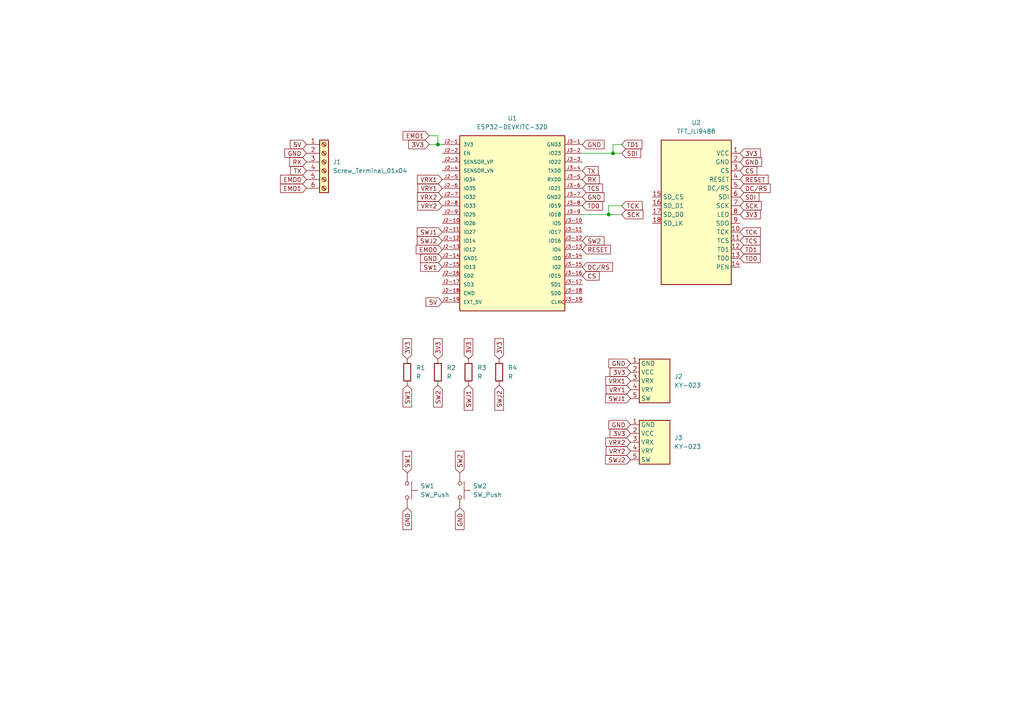
<source format=kicad_sch>
(kicad_sch (version 20230121) (generator eeschema)
  (paper "A4")
  (lib_symbols
    (symbol "Connector:Screw_Terminal_01x06" (pin_names (offset 1.016) hide)
      (property "Reference" "J" (at 0 7.62 0))
      (property "Value" "Screw_Terminal_01x06" (at 0 -10.16 0))
      (symbol "Screw_Terminal_01x06_1_1"
        (rectangle (start -1.27 6.35) (end 1.27 -8.89) (stroke (width 0.254)) (fill (type background)))
        (circle (center 0 -7.62) (radius 0.635) (stroke (width 0.1524)))
        (circle (center 0 -5.08) (radius 0.635) (stroke (width 0.1524)))
        (circle (center 0 -2.54) (radius 0.635) (stroke (width 0.1524)))
        (polyline (pts (xy -0.5334 -7.2898) (xy 0.3302 -8.128)) (stroke (width 0.1524)))
        (polyline (pts (xy -0.5334 -4.7498) (xy 0.3302 -5.588)) (stroke (width 0.1524)))
        (polyline (pts (xy -0.5334 -2.2098) (xy 0.3302 -3.048)) (stroke (width 0.1524)))
        (polyline (pts (xy -0.5334 0.3302) (xy 0.3302 -0.508)) (stroke (width 0.1524)))
        (polyline (pts (xy -0.5334 2.8702) (xy 0.3302 2.032)) (stroke (width 0.1524)))
        (polyline (pts (xy -0.5334 5.4102) (xy 0.3302 4.572)) (stroke (width 0.1524)))
        (polyline (pts (xy -0.3556 -7.112) (xy 0.508 -7.9502)) (stroke (width 0.1524)))
        (polyline (pts (xy -0.3556 -4.572) (xy 0.508 -5.4102)) (stroke (width 0.1524)))
        (polyline (pts (xy -0.3556 -2.032) (xy 0.508 -2.8702)) (stroke (width 0.1524)))
        (polyline (pts (xy -0.3556 0.508) (xy 0.508 -0.3302)) (stroke (width 0.1524)))
        (polyline (pts (xy -0.3556 3.048) (xy 0.508 2.2098)) (stroke (width 0.1524)))
        (polyline (pts (xy -0.3556 5.588) (xy 0.508 4.7498)) (stroke (width 0.1524)))
        (circle (center 0 0) (radius 0.635) (stroke (width 0.1524)))
        (circle (center 0 2.54) (radius 0.635) (stroke (width 0.1524)))
        (circle (center 0 5.08) (radius 0.635) (stroke (width 0.1524)))
        (pin passive line (at -5.08 5.08 0) (length 3.81) (name "Pin_1") (number "1"))
        (pin passive line (at -5.08 2.54 0) (length 3.81) (name "Pin_2") (number "2"))
        (pin passive line (at -5.08 0 0) (length 3.81) (name "Pin_3") (number "3"))
        (pin passive line (at -5.08 -2.54 0) (length 3.81) (name "Pin_4") (number "4"))
        (pin passive line (at -5.08 -5.08 0) (length 3.81) (name "Pin_5") (number "5"))
        (pin passive line (at -5.08 -7.62 0) (length 3.81) (name "Pin_6") (number "6"))
      )
    )
    (symbol "Device:R" (pin_numbers hide) (pin_names (offset 0))
      (property "Reference" "R" (at 2.032 0 90))
      (property "Value" "R" (at 0 0 90))
      (symbol "R_0_1"
        (rectangle (start -1.016 -2.54) (end 1.016 2.54) (stroke (width 0.254)))
      )
      (symbol "R_1_1"
        (pin passive line (at 0 3.81 270) (length 1.27) (name "~") (number "1"))
        (pin passive line (at 0 -3.81 90) (length 1.27) (name "~") (number "2"))
      )
    )
    (symbol "ESP32-DEVKITC-32D:ESP32-DEVKITC-32D" (pin_names (offset 1.016))
      (property "Reference" "U" (at -15.2572 26.0643 0))
      (property "Value" "ESP32-DEVKITC-32D" (at -15.2563 -27.9698 0))
      (symbol "ESP32-DEVKITC-32D_0_0"
        (rectangle (start -15.24 -25.4) (end 15.24 25.4) (stroke (width 0.254)) (fill (type background)))
        (pin power_in line (at -20.32 22.86 0) (length 5.08) (name "3V3") (number "J2-1"))
        (pin bidirectional line (at -20.32 0 0) (length 5.08) (name "IO26") (number "J2-10"))
        (pin bidirectional line (at -20.32 -2.54 0) (length 5.08) (name "IO27") (number "J2-11"))
        (pin bidirectional line (at -20.32 -5.08 0) (length 5.08) (name "IO14") (number "J2-12"))
        (pin bidirectional line (at -20.32 -7.62 0) (length 5.08) (name "IO12") (number "J2-13"))
        (pin power_in line (at -20.32 -10.16 0) (length 5.08) (name "GND1") (number "J2-14"))
        (pin bidirectional line (at -20.32 -12.7 0) (length 5.08) (name "IO13") (number "J2-15"))
        (pin bidirectional line (at -20.32 -15.24 0) (length 5.08) (name "SD2") (number "J2-16"))
        (pin bidirectional line (at -20.32 -17.78 0) (length 5.08) (name "SD3") (number "J2-17"))
        (pin bidirectional line (at -20.32 -20.32 0) (length 5.08) (name "CMD") (number "J2-18"))
        (pin power_in line (at -20.32 -22.86 0) (length 5.08) (name "EXT_5V") (number "J2-19"))
        (pin input line (at -20.32 20.32 0) (length 5.08) (name "EN") (number "J2-2"))
        (pin input line (at -20.32 17.78 0) (length 5.08) (name "SENSOR_VP") (number "J2-3"))
        (pin input line (at -20.32 15.24 0) (length 5.08) (name "SENSOR_VN") (number "J2-4"))
        (pin bidirectional line (at -20.32 12.7 0) (length 5.08) (name "IO34") (number "J2-5"))
        (pin bidirectional line (at -20.32 10.16 0) (length 5.08) (name "IO35") (number "J2-6"))
        (pin bidirectional line (at -20.32 7.62 0) (length 5.08) (name "IO32") (number "J2-7"))
        (pin bidirectional line (at -20.32 5.08 0) (length 5.08) (name "IO33") (number "J2-8"))
        (pin bidirectional line (at -20.32 2.54 0) (length 5.08) (name "IO25") (number "J2-9"))
        (pin power_in line (at 20.32 22.86 180) (length 5.08) (name "GND3") (number "J3-1"))
        (pin bidirectional line (at 20.32 0 180) (length 5.08) (name "IO5") (number "J3-10"))
        (pin bidirectional line (at 20.32 -2.54 180) (length 5.08) (name "IO17") (number "J3-11"))
        (pin bidirectional line (at 20.32 -5.08 180) (length 5.08) (name "IO16") (number "J3-12"))
        (pin bidirectional line (at 20.32 -7.62 180) (length 5.08) (name "IO4") (number "J3-13"))
        (pin bidirectional line (at 20.32 -10.16 180) (length 5.08) (name "IO0") (number "J3-14"))
        (pin bidirectional line (at 20.32 -12.7 180) (length 5.08) (name "IO2") (number "J3-15"))
        (pin bidirectional line (at 20.32 -15.24 180) (length 5.08) (name "IO15") (number "J3-16"))
        (pin bidirectional line (at 20.32 -17.78 180) (length 5.08) (name "SD1") (number "J3-17"))
        (pin bidirectional line (at 20.32 -20.32 180) (length 5.08) (name "SD0") (number "J3-18"))
        (pin input clock (at 20.32 -22.86 180) (length 5.08) (name "CLK") (number "J3-19"))
        (pin bidirectional line (at 20.32 20.32 180) (length 5.08) (name "IO23") (number "J3-2"))
        (pin bidirectional line (at 20.32 17.78 180) (length 5.08) (name "IO22") (number "J3-3"))
        (pin output line (at 20.32 15.24 180) (length 5.08) (name "TXD0") (number "J3-4"))
        (pin input line (at 20.32 12.7 180) (length 5.08) (name "RXD0") (number "J3-5"))
        (pin bidirectional line (at 20.32 10.16 180) (length 5.08) (name "IO21") (number "J3-6"))
        (pin power_in line (at 20.32 7.62 180) (length 5.08) (name "GND2") (number "J3-7"))
        (pin bidirectional line (at 20.32 5.08 180) (length 5.08) (name "IO19") (number "J3-8"))
        (pin bidirectional line (at 20.32 2.54 180) (length 5.08) (name "IO18") (number "J3-9"))
      )
    )
    (symbol "KY-023:KY-023_Joystick-Module"
      (property "Reference" "J" (at 3.81 2.54 0))
      (property "Value" "KY-023" (at 3.81 0 0))
      (symbol "KY-023_Joystick-Module_1_1"
        (rectangle (start 0 -1.27) (end 8.89 -13.97) (stroke (width 0.25)) (fill (type background)))
        (pin input line (at -2.54 -2.54 0) (length 2.54) (name "GND") (number "1"))
        (pin input line (at -2.54 -5.08 0) (length 2.54) (name "VCC") (number "2"))
        (pin output line (at -2.54 -7.62 0) (length 2.54) (name "VRX") (number "3"))
        (pin output line (at -2.54 -10.16 0) (length 2.54) (name "VRY") (number "4"))
        (pin output line (at -2.54 -12.7 0) (length 2.54) (name "SW") (number "5"))
      )
    )
    (symbol "Switch:SW_Push" (pin_numbers hide) (pin_names (offset 1.016) hide)
      (property "Reference" "SW" (at 1.27 2.54 0))
      (property "Value" "SW_Push" (at 0 -1.524 0))
      (symbol "SW_Push_0_1"
        (circle (center -2.032 0) (radius 0.508))
        (polyline (pts (xy 0 1.27) (xy 0 3.048)))
        (polyline (pts (xy 2.54 1.27) (xy -2.54 1.27)))
        (circle (center 2.032 0) (radius 0.508))
        (pin passive line (at -5.08 0 0) (length 2.54) (name "1") (number "1"))
        (pin passive line (at 5.08 0 180) (length 2.54) (name "2") (number "2"))
      )
    )
    (symbol "ili9488:TFT_ILI9488"
      (property "Reference" "U" (at -2.54 5.08 0))
      (property "Value" "TFT_ILI9488" (at -2.54 2.54 0))
      (symbol "TFT_ILI9488_1_1"
        (rectangle (start -12.7 1.27) (end 7.62 -40.64) (stroke (width 0.25)) (fill (type background)))
        (pin input line (at 10.16 -2.54 180) (length 2.54) (name "VCC") (number "1"))
        (pin input line (at 10.16 -25.4 180) (length 2.54) (name "TCK") (number "10"))
        (pin input line (at 10.16 -27.94 180) (length 2.54) (name "TCS") (number "11"))
        (pin input line (at 10.16 -30.48 180) (length 2.54) (name "TD1") (number "12"))
        (pin input line (at 10.16 -33.02 180) (length 2.54) (name "TD0") (number "13"))
        (pin input line (at 10.16 -35.56 180) (length 2.54) (name "PEN") (number "14"))
        (pin input line (at -15.24 -15.24 0) (length 2.54) (name "SD_CS") (number "15"))
        (pin input line (at -15.24 -17.78 0) (length 2.54) (name "SD_D1") (number "16"))
        (pin input line (at -15.24 -20.32 0) (length 2.54) (name "SD_D0") (number "17"))
        (pin input line (at -15.24 -22.86 0) (length 2.54) (name "SD_LK") (number "18"))
        (pin input line (at 10.16 -5.08 180) (length 2.54) (name "GND") (number "2"))
        (pin input line (at 10.16 -7.62 180) (length 2.54) (name "CS") (number "3"))
        (pin input line (at 10.16 -10.16 180) (length 2.54) (name "RESET") (number "4"))
        (pin input line (at 10.16 -12.7 180) (length 2.54) (name "DC/RS") (number "5"))
        (pin input line (at 10.16 -15.24 180) (length 2.54) (name "SDI") (number "6"))
        (pin input line (at 10.16 -17.78 180) (length 2.54) (name "SCK") (number "7"))
        (pin input line (at 10.16 -20.32 180) (length 2.54) (name "LED") (number "8"))
        (pin input line (at 10.16 -22.86 180) (length 2.54) (name "SDO") (number "9"))
      )
    )
  )
  (junction (at 176.53 62.23))
  (junction (at 127 41.91))
  (junction (at 177.8 44.45))
  (wire (pts (xy 177.8 44.45) (xy 180.34 44.45)))
  (wire (pts (xy 127 39.37) (xy 127 41.91)))
  (wire (pts (xy 176.53 62.23) (xy 180.34 62.23)))
  (wire (pts (xy 127 41.91) (xy 128.27 41.91)))
  (wire (pts (xy 180.34 41.91) (xy 177.8 41.91)))
  (wire (pts (xy 180.34 59.69) (xy 176.53 59.69)))
  (wire (pts (xy 168.91 62.23) (xy 176.53 62.23)))
  (wire (pts (xy 124.46 41.91) (xy 127 41.91)))
  (wire (pts (xy 177.8 41.91) (xy 177.8 44.45)))
  (wire (pts (xy 168.91 44.45) (xy 177.8 44.45)))
  (wire (pts (xy 124.46 39.37) (xy 127 39.37)))
  (wire (pts (xy 176.53 59.69) (xy 176.53 62.23)))
  (global_label "EMO1" (shape input) (at 88.9 54.61 180) (property "Intersheetrefs" "${INTERSHEET_REFS}" (effects hide)))
  (global_label "TCS" (shape input) (at 214.63 69.85 0) (property "Intersheetrefs" "${INTERSHEET_REFS}" (effects hide)))
  (global_label "SWJ1" (shape input) (at 128.27 67.31 180) (property "Intersheetrefs" "${INTERSHEET_REFS}" (effects hide)))
  (global_label "GND" (shape input) (at 133.35 147.32 270) (property "Intersheetrefs" "${INTERSHEET_REFS}" (effects hide)))
  (global_label "RESET" (shape input) (at 168.91 72.39 0) (property "Intersheetrefs" "${INTERSHEET_REFS}" (effects hide)))
  (global_label "GND" (shape input) (at 128.27 74.93 180) (property "Intersheetrefs" "${INTERSHEET_REFS}" (effects hide)))
  (global_label "SW1" (shape input) (at 128.27 77.47 180) (property "Intersheetrefs" "${INTERSHEET_REFS}" (effects hide)))
  (global_label "VRY2" (shape input) (at 128.27 59.69 180) (property "Intersheetrefs" "${INTERSHEET_REFS}" (effects hide)))
  (global_label "VRY2" (shape input) (at 182.88 130.81 180) (property "Intersheetrefs" "${INTERSHEET_REFS}" (effects hide)))
  (global_label "DC{slash}RS" (shape input) (at 168.91 77.47 0) (property "Intersheetrefs" "${INTERSHEET_REFS}" (effects hide)))
  (global_label "SDI" (shape input) (at 180.34 44.45 0) (property "Intersheetrefs" "${INTERSHEET_REFS}" (effects hide)))
  (global_label "VRY1" (shape input) (at 182.88 113.03 180) (property "Intersheetrefs" "${INTERSHEET_REFS}" (effects hide)))
  (global_label "RX" (shape input) (at 168.91 52.07 0) (property "Intersheetrefs" "${INTERSHEET_REFS}" (effects hide)))
  (global_label "TD1" (shape input) (at 214.63 72.39 0) (property "Intersheetrefs" "${INTERSHEET_REFS}" (effects hide)))
  (global_label "SW1" (shape input) (at 118.11 137.16 90) (property "Intersheetrefs" "${INTERSHEET_REFS}" (effects hide)))
  (global_label "5V" (shape input) (at 128.27 87.63 180) (property "Intersheetrefs" "${INTERSHEET_REFS}" (effects hide)))
  (global_label "TCK" (shape input) (at 214.63 67.31 0) (property "Intersheetrefs" "${INTERSHEET_REFS}" (effects hide)))
  (global_label "SW2" (shape input) (at 127 111.76 270) (property "Intersheetrefs" "${INTERSHEET_REFS}" (effects hide)))
  (global_label "3V3" (shape input) (at 124.46 41.91 180) (property "Intersheetrefs" "${INTERSHEET_REFS}" (effects hide)))
  (global_label "3V3" (shape input) (at 118.11 104.14 90) (property "Intersheetrefs" "${INTERSHEET_REFS}" (effects hide)))
  (global_label "VRX2" (shape input) (at 182.88 128.27 180) (property "Intersheetrefs" "${INTERSHEET_REFS}" (effects hide)))
  (global_label "TD0" (shape input) (at 168.91 59.69 0) (property "Intersheetrefs" "${INTERSHEET_REFS}" (effects hide)))
  (global_label "GND" (shape input) (at 168.91 57.15 0) (property "Intersheetrefs" "${INTERSHEET_REFS}" (effects hide)))
  (global_label "TX" (shape input) (at 168.91 49.53 0) (property "Intersheetrefs" "${INTERSHEET_REFS}" (effects hide)))
  (global_label "TCK" (shape input) (at 180.34 59.69 0) (property "Intersheetrefs" "${INTERSHEET_REFS}" (effects hide)))
  (global_label "RESET" (shape input) (at 214.63 52.07 0) (property "Intersheetrefs" "${INTERSHEET_REFS}" (effects hide)))
  (global_label "SCK" (shape input) (at 214.63 59.69 0) (property "Intersheetrefs" "${INTERSHEET_REFS}" (effects hide)))
  (global_label "GND" (shape input) (at 118.11 147.32 270) (property "Intersheetrefs" "${INTERSHEET_REFS}" (effects hide)))
  (global_label "DC{slash}RS" (shape input) (at 214.63 54.61 0) (property "Intersheetrefs" "${INTERSHEET_REFS}" (effects hide)))
  (global_label "SWJ2" (shape input) (at 128.27 69.85 180) (property "Intersheetrefs" "${INTERSHEET_REFS}" (effects hide)))
  (global_label "TCS" (shape input) (at 168.91 54.61 0) (property "Intersheetrefs" "${INTERSHEET_REFS}" (effects hide)))
  (global_label "GND" (shape input) (at 182.88 123.19 180) (property "Intersheetrefs" "${INTERSHEET_REFS}" (effects hide)))
  (global_label "CS" (shape input) (at 168.91 80.01 0) (property "Intersheetrefs" "${INTERSHEET_REFS}" (effects hide)))
  (global_label "3V3" (shape input) (at 214.63 44.45 0) (property "Intersheetrefs" "${INTERSHEET_REFS}" (effects hide)))
  (global_label "SWJ2" (shape input) (at 144.78 111.76 270) (property "Intersheetrefs" "${INTERSHEET_REFS}" (effects hide)))
  (global_label "EMO0" (shape input) (at 88.9 52.07 180) (property "Intersheetrefs" "${INTERSHEET_REFS}" (effects hide)))
  (global_label "SWJ2" (shape input) (at 182.88 133.35 180) (property "Intersheetrefs" "${INTERSHEET_REFS}" (effects hide)))
  (global_label "TD1" (shape input) (at 180.34 41.91 0) (property "Intersheetrefs" "${INTERSHEET_REFS}" (effects hide)))
  (global_label "RX" (shape input) (at 88.9 46.99 180) (property "Intersheetrefs" "${INTERSHEET_REFS}" (effects hide)))
  (global_label "3V3" (shape input) (at 182.88 125.73 180) (property "Intersheetrefs" "${INTERSHEET_REFS}" (effects hide)))
  (global_label "EMO1" (shape input) (at 124.46 39.37 180) (property "Intersheetrefs" "${INTERSHEET_REFS}" (effects hide)))
  (global_label "VRY1" (shape input) (at 128.27 54.61 180) (property "Intersheetrefs" "${INTERSHEET_REFS}" (effects hide)))
  (global_label "TX" (shape input) (at 88.9 49.53 180) (property "Intersheetrefs" "${INTERSHEET_REFS}" (effects hide)))
  (global_label "5V" (shape input) (at 88.9 41.91 180) (property "Intersheetrefs" "${INTERSHEET_REFS}" (effects hide)))
  (global_label "3V3" (shape input) (at 127 104.14 90) (property "Intersheetrefs" "${INTERSHEET_REFS}" (effects hide)))
  (global_label "TD0" (shape input) (at 214.63 74.93 0) (property "Intersheetrefs" "${INTERSHEET_REFS}" (effects hide)))
  (global_label "3V3" (shape input) (at 135.89 104.14 90) (property "Intersheetrefs" "${INTERSHEET_REFS}" (effects hide)))
  (global_label "3V3" (shape input) (at 214.63 62.23 0) (property "Intersheetrefs" "${INTERSHEET_REFS}" (effects hide)))
  (global_label "SCK" (shape input) (at 180.34 62.23 0) (property "Intersheetrefs" "${INTERSHEET_REFS}" (effects hide)))
  (global_label "VRX2" (shape input) (at 128.27 57.15 180) (property "Intersheetrefs" "${INTERSHEET_REFS}" (effects hide)))
  (global_label "3V3" (shape input) (at 144.78 104.14 90) (property "Intersheetrefs" "${INTERSHEET_REFS}" (effects hide)))
  (global_label "SW2" (shape input) (at 133.35 137.16 90) (property "Intersheetrefs" "${INTERSHEET_REFS}" (effects hide)))
  (global_label "SWJ1" (shape input) (at 135.89 111.76 270) (property "Intersheetrefs" "${INTERSHEET_REFS}" (effects hide)))
  (global_label "CS" (shape input) (at 214.63 49.53 0) (property "Intersheetrefs" "${INTERSHEET_REFS}" (effects hide)))
  (global_label "EMO0" (shape input) (at 128.27 72.39 180) (property "Intersheetrefs" "${INTERSHEET_REFS}" (effects hide)))
  (global_label "GND" (shape input) (at 214.63 46.99 0) (property "Intersheetrefs" "${INTERSHEET_REFS}" (effects hide)))
  (global_label "SW2" (shape input) (at 168.91 69.85 0) (property "Intersheetrefs" "${INTERSHEET_REFS}" (effects hide)))
  (global_label "3V3" (shape input) (at 182.88 107.95 180) (property "Intersheetrefs" "${INTERSHEET_REFS}" (effects hide)))
  (global_label "VRX1" (shape input) (at 128.27 52.07 180) (property "Intersheetrefs" "${INTERSHEET_REFS}" (effects hide)))
  (global_label "SW1" (shape input) (at 118.11 111.76 270) (property "Intersheetrefs" "${INTERSHEET_REFS}" (effects hide)))
  (global_label "SDI" (shape input) (at 214.63 57.15 0) (property "Intersheetrefs" "${INTERSHEET_REFS}" (effects hide)))
  (global_label "GND" (shape input) (at 88.9 44.45 180) (property "Intersheetrefs" "${INTERSHEET_REFS}" (effects hide)))
  (global_label "GND" (shape input) (at 168.91 41.91 0) (property "Intersheetrefs" "${INTERSHEET_REFS}" (effects hide)))
  (global_label "VRX1" (shape input) (at 182.88 110.49 180) (property "Intersheetrefs" "${INTERSHEET_REFS}" (effects hide)))
  (global_label "GND" (shape input) (at 182.88 105.41 180) (property "Intersheetrefs" "${INTERSHEET_REFS}" (effects hide)))
  (global_label "SWJ1" (shape input) (at 182.88 115.57 180) (property "Intersheetrefs" "${INTERSHEET_REFS}" (effects hide)))
  (symbol (lib_id "Device:R") (at 118.11 107.95 0) (unit 1)
    (property "Reference" "R1" (at 120.65 106.68 0) (effects (justify left)))
    (property "Value" "R" (at 120.65 109.22 0) (effects (justify left)))
    (property "Footprint" "Resistor_THT:R_Axial_DIN0207_L6.3mm_D2.5mm_P7.62mm_Horizontal" (effects hide))
  )
  (symbol (lib_id "ESP32-DEVKITC-32D:ESP32-DEVKITC-32D") (at 148.59 64.77 0) (unit 1)
    (property "Reference" "U1" (at 148.59 34.29 0))
    (property "Value" "ESP32-DEVKITC-32D" (at 148.59 36.83 0))
    (property "Footprint" "ESP32-DEVKITC-32D:MODULE_ESP32-DEVKITC-32D" (effects hide))
    (property "MF" "Espressif Systems" (effects hide))
    (property "MAXIMUM_PACKAGE_HEIGHT" "N/A" (effects hide))
    (property "Package" "None" (effects hide))
    (property "Price" "None" (effects hide))
    (property "Check_prices" "https://www.snapeda.com/parts/ESP32-DEVKITC-32D/Espressif+Systems/view-part/?ref=eda" (effects hide))
    (property "STANDARD" "Manufacturer Recommendations" (effects hide))
    (property "PARTREV" "V4" (effects hide))
    (property "SnapEDA_Link" "https://www.snapeda.com/parts/ESP32-DEVKITC-32D/Espressif+Systems/view-part/?ref=snap" (effects hide))
    (property "MP" "ESP32-DEVKITC-32D" (effects hide))
    (property "Description" "\nWiFi Development Tools (802.11) ESP32 General Development Kit, ESP32-WROOM-32D on the board\n" (effects hide))
    (property "MANUFACTURER" "Espressif Systems" (effects hide))
    (property "Availability" "In Stock" (effects hide))
    (property "SNAPEDA_PN" "ESP32-DEVKITC-32D" (effects hide))
  )
  (symbol (lib_id "Device:R") (at 135.89 107.95 0) (unit 1)
    (property "Reference" "R3" (at 138.43 106.68 0) (effects (justify left)))
    (property "Value" "R" (at 138.43 109.22 0) (effects (justify left)))
    (property "Footprint" "Resistor_THT:R_Axial_DIN0207_L6.3mm_D2.5mm_P7.62mm_Horizontal" (effects hide))
  )
  (symbol (lib_id "ili9488:TFT_ILI9488") (at 204.47 41.91 0) (unit 1)
    (property "Reference" "U2" (at 201.93 35.56 0))
    (property "Value" "TFT_ILI9488" (at 201.93 38.1 0))
    (property "Footprint" "ili9488_huella:TFT_ILI9488" (effects hide))
  )
  (symbol (lib_id "Switch:SW_Push") (at 133.35 142.24 270) (unit 1)
    (property "Reference" "SW2" (at 137.16 140.97 90) (effects (justify left)))
    (property "Value" "SW_Push" (at 137.16 143.51 90) (effects (justify left)))
    (property "Footprint" "SW_FSM8JH:SW_FSM8JH_huella" (effects hide))
  )
  (symbol (lib_id "Device:R") (at 144.78 107.95 0) (unit 1)
    (property "Reference" "R4" (at 147.32 106.68 0) (effects (justify left)))
    (property "Value" "R" (at 147.32 109.22 0) (effects (justify left)))
    (property "Footprint" "Resistor_THT:R_Axial_DIN0207_L6.3mm_D2.5mm_P7.62mm_Horizontal" (effects hide))
  )
  (symbol (lib_id "KY-023:KY-023_Joystick-Module") (at 185.42 120.65 0) (unit 1)
    (property "Reference" "J3" (at 195.58 127 0) (effects (justify left)))
    (property "Value" "KY-023" (at 195.58 129.54 0) (effects (justify left)))
    (property "Footprint" "KY-023 huella:KY-023 Joystick-Module" (effects hide))
  )
  (symbol (lib_id "Switch:SW_Push") (at 118.11 142.24 270) (unit 1)
    (property "Reference" "SW1" (at 121.92 140.97 90) (effects (justify left)))
    (property "Value" "SW_Push" (at 121.92 143.51 90) (effects (justify left)))
    (property "Footprint" "SW_FSM8JH:SW_FSM8JH_huella" (effects hide))
  )
  (symbol (lib_id "KY-023:KY-023_Joystick-Module") (at 185.42 102.87 0) (unit 1)
    (property "Reference" "J2" (at 195.58 109.22 0) (effects (justify left)))
    (property "Value" "KY-023" (at 195.58 111.76 0) (effects (justify left)))
    (property "Footprint" "KY-023 huella:KY-023 Joystick-Module" (effects hide))
  )
  (symbol (lib_id "Connector:Screw_Terminal_01x06") (at 93.98 46.99 0) (unit 1)
    (property "Reference" "J1" (at 96.52 46.99 0) (effects (justify left)))
    (property "Value" "Screw_Terminal_01x04" (at 96.52 49.53 0) (effects (justify left)))
    (property "Footprint" "TerminalBlock_Phoenix:TerminalBlock_Phoenix_MKDS-1,5-6-5.08_1x06_P5.08mm_Horizontal" (effects hide))
  )
  (symbol (lib_id "Device:R") (at 127 107.95 0) (unit 1)
    (property "Reference" "R2" (at 129.54 106.68 0) (effects (justify left)))
    (property "Value" "R" (at 129.54 109.22 0) (effects (justify left)))
    (property "Footprint" "Resistor_THT:R_Axial_DIN0207_L6.3mm_D2.5mm_P7.62mm_Horizontal" (effects hide))
  )
)
</source>
